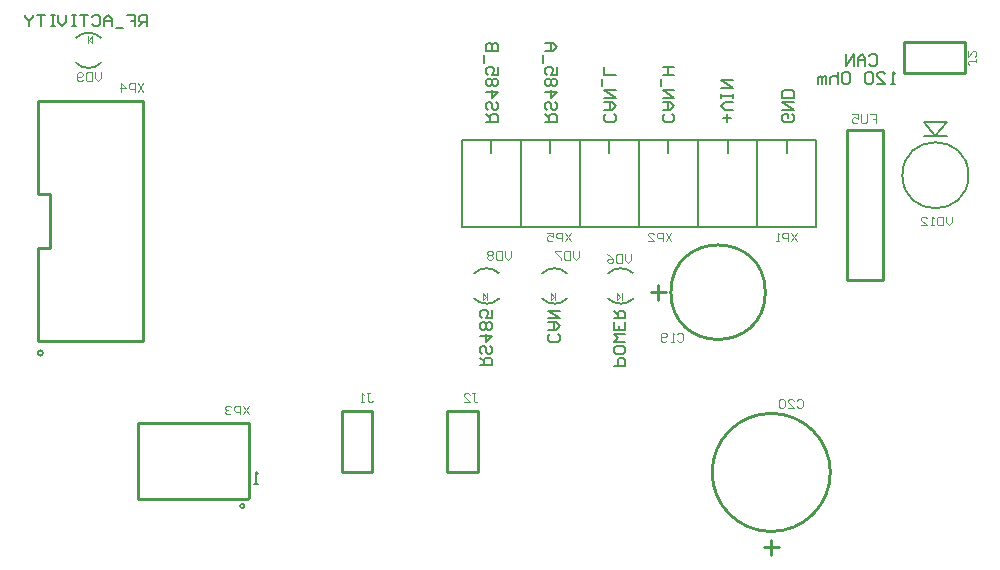
<source format=gbo>
G04 Layer_Color=32896*
%FSLAX24Y24*%
%MOIN*%
G70*
G01*
G75*
%ADD10C,0.0079*%
%ADD56C,0.0100*%
%ADD58C,0.0071*%
%ADD61C,0.0039*%
D10*
X30671Y27057D02*
G03*
X30671Y27057I-71J0D01*
G01*
X23956Y32156D02*
G03*
X23956Y32156I-88J0D01*
G01*
X46772Y38829D02*
Y39262D01*
X48740Y38829D02*
Y39262D01*
X45787Y36348D02*
X46772D01*
X48740D02*
X49724D01*
X47756D02*
Y38081D01*
Y39262D01*
X45787Y36348D02*
Y38081D01*
X46772Y36348D02*
X48740D01*
X49724D02*
Y38081D01*
Y39262D01*
X45787D02*
X49724D01*
X45787Y38081D02*
Y39262D01*
X42835Y38829D02*
Y39262D01*
X44803Y38829D02*
Y39262D01*
X41850Y36348D02*
X42835D01*
X44803D02*
X45787D01*
X43819D02*
Y38081D01*
Y39262D01*
X41850Y36348D02*
Y38081D01*
X42835Y36348D02*
X44803D01*
X45787D02*
Y38081D01*
Y39262D01*
X41850D02*
X45787D01*
X41850Y38081D02*
Y39262D01*
X38898Y38829D02*
Y39262D01*
X40866Y38829D02*
Y39262D01*
X37913Y36348D02*
X38898D01*
X40866D02*
X41850D01*
X39882D02*
Y38081D01*
Y39262D01*
X37913Y36348D02*
Y38081D01*
X38898Y36348D02*
X40866D01*
X41850D02*
Y38081D01*
Y39262D01*
X37913D02*
X41850D01*
X37913Y38081D02*
Y39262D01*
X48911Y40125D02*
X48976Y40059D01*
Y39928D01*
X48911Y39862D01*
X48648D01*
X48583Y39928D01*
Y40059D01*
X48648Y40125D01*
X48779D01*
Y39993D01*
X48583Y40256D02*
X48976D01*
X48583Y40518D01*
X48976D01*
Y40649D02*
X48583D01*
Y40846D01*
X48648Y40912D01*
X48911D01*
X48976Y40846D01*
Y40649D01*
X46742Y39872D02*
Y40134D01*
X46873Y40003D02*
X46611D01*
X46939Y40266D02*
X46676D01*
X46545Y40397D01*
X46676Y40528D01*
X46939D01*
Y40659D02*
Y40790D01*
Y40725D01*
X46545D01*
Y40659D01*
Y40790D01*
Y40987D02*
X46939D01*
X46545Y41250D01*
X46939D01*
X44934Y40125D02*
X45000Y40059D01*
Y39928D01*
X44934Y39862D01*
X44672D01*
X44606Y39928D01*
Y40059D01*
X44672Y40125D01*
X44606Y40256D02*
X44869D01*
X45000Y40387D01*
X44869Y40518D01*
X44606D01*
X44803D01*
Y40256D01*
X44606Y40649D02*
X45000D01*
X44606Y40912D01*
X45000D01*
X44541Y41043D02*
Y41305D01*
X45000Y41437D02*
X44606D01*
X44803D01*
Y41699D01*
X45000D01*
X44606D01*
X42976Y40125D02*
X43041Y40059D01*
Y39928D01*
X42976Y39862D01*
X42713D01*
X42648Y39928D01*
Y40059D01*
X42713Y40125D01*
X42648Y40256D02*
X42910D01*
X43041Y40387D01*
X42910Y40518D01*
X42648D01*
X42844D01*
Y40256D01*
X42648Y40649D02*
X43041D01*
X42648Y40912D01*
X43041D01*
X42582Y41043D02*
Y41305D01*
X43041Y41437D02*
X42648D01*
Y41699D01*
X40699Y39862D02*
X41092D01*
Y40059D01*
X41027Y40125D01*
X40896D01*
X40830Y40059D01*
Y39862D01*
Y39993D02*
X40699Y40125D01*
X41027Y40518D02*
X41092Y40453D01*
Y40321D01*
X41027Y40256D01*
X40961D01*
X40896Y40321D01*
Y40453D01*
X40830Y40518D01*
X40764D01*
X40699Y40453D01*
Y40321D01*
X40764Y40256D01*
X40699Y40846D02*
X41092D01*
X40896Y40649D01*
Y40912D01*
X41027Y41043D02*
X41092Y41109D01*
Y41240D01*
X41027Y41305D01*
X40961D01*
X40896Y41240D01*
X40830Y41305D01*
X40764D01*
X40699Y41240D01*
Y41109D01*
X40764Y41043D01*
X40830D01*
X40896Y41109D01*
X40961Y41043D01*
X41027D01*
X40896Y41109D02*
Y41240D01*
X41092Y41699D02*
Y41437D01*
X40896D01*
X40961Y41568D01*
Y41633D01*
X40896Y41699D01*
X40764D01*
X40699Y41633D01*
Y41502D01*
X40764Y41437D01*
X40633Y41830D02*
Y42092D01*
X40699Y42224D02*
X40961D01*
X41092Y42355D01*
X40961Y42486D01*
X40699D01*
X40896D01*
Y42224D01*
X38720Y39862D02*
X39114D01*
Y40059D01*
X39048Y40125D01*
X38917D01*
X38852Y40059D01*
Y39862D01*
Y39993D02*
X38720Y40125D01*
X39048Y40518D02*
X39114Y40453D01*
Y40321D01*
X39048Y40256D01*
X38983D01*
X38917Y40321D01*
Y40453D01*
X38852Y40518D01*
X38786D01*
X38720Y40453D01*
Y40321D01*
X38786Y40256D01*
X38720Y40846D02*
X39114D01*
X38917Y40649D01*
Y40912D01*
X39048Y41043D02*
X39114Y41109D01*
Y41240D01*
X39048Y41305D01*
X38983D01*
X38917Y41240D01*
X38852Y41305D01*
X38786D01*
X38720Y41240D01*
Y41109D01*
X38786Y41043D01*
X38852D01*
X38917Y41109D01*
X38983Y41043D01*
X39048D01*
X38917Y41109D02*
Y41240D01*
X39114Y41699D02*
Y41437D01*
X38917D01*
X38983Y41568D01*
Y41633D01*
X38917Y41699D01*
X38786D01*
X38720Y41633D01*
Y41502D01*
X38786Y41437D01*
X38655Y41830D02*
Y42092D01*
X39114Y42224D02*
X38720D01*
Y42420D01*
X38786Y42486D01*
X38852D01*
X38917Y42420D01*
Y42224D01*
Y42420D01*
X38983Y42486D01*
X39048D01*
X39114Y42420D01*
Y42224D01*
X42972Y31732D02*
X43366D01*
Y31929D01*
X43300Y31995D01*
X43169D01*
X43104Y31929D01*
Y31732D01*
X43366Y32323D02*
Y32191D01*
X43300Y32126D01*
X43038D01*
X42972Y32191D01*
Y32323D01*
X43038Y32388D01*
X43300D01*
X43366Y32323D01*
Y32519D02*
X42972D01*
X43104Y32651D01*
X42972Y32782D01*
X43366D01*
Y33175D02*
Y32913D01*
X42972D01*
Y33175D01*
X43169Y32913D02*
Y33044D01*
X42972Y33307D02*
X43366D01*
Y33503D01*
X43300Y33569D01*
X43169D01*
X43104Y33503D01*
Y33307D01*
Y33438D02*
X42972Y33569D01*
X41125Y32782D02*
X41191Y32716D01*
Y32585D01*
X41125Y32520D01*
X40863D01*
X40797Y32585D01*
Y32716D01*
X40863Y32782D01*
X40797Y32913D02*
X41060D01*
X41191Y33044D01*
X41060Y33176D01*
X40797D01*
X40994D01*
Y32913D01*
X40797Y33307D02*
X41191D01*
X40797Y33569D01*
X41191D01*
X38514Y31742D02*
X38907D01*
Y31939D01*
X38842Y32005D01*
X38711D01*
X38645Y31939D01*
Y31742D01*
Y31873D02*
X38514Y32005D01*
X38842Y32398D02*
X38907Y32332D01*
Y32201D01*
X38842Y32136D01*
X38776D01*
X38711Y32201D01*
Y32332D01*
X38645Y32398D01*
X38579D01*
X38514Y32332D01*
Y32201D01*
X38579Y32136D01*
X38514Y32726D02*
X38907D01*
X38711Y32529D01*
Y32792D01*
X38842Y32923D02*
X38907Y32988D01*
Y33120D01*
X38842Y33185D01*
X38776D01*
X38711Y33120D01*
X38645Y33185D01*
X38579D01*
X38514Y33120D01*
Y32988D01*
X38579Y32923D01*
X38645D01*
X38711Y32988D01*
X38776Y32923D01*
X38842D01*
X38711Y32988D02*
Y33120D01*
X38907Y33579D02*
Y33316D01*
X38711D01*
X38776Y33448D01*
Y33513D01*
X38711Y33579D01*
X38579D01*
X38514Y33513D01*
Y33382D01*
X38579Y33316D01*
X31132Y27805D02*
X31001D01*
X31066D01*
Y28199D01*
X31132Y28133D01*
X27421Y43041D02*
Y43435D01*
X27224D01*
X27159Y43369D01*
Y43238D01*
X27224Y43173D01*
X27421D01*
X27290D02*
X27159Y43041D01*
X26765Y43435D02*
X27028D01*
Y43238D01*
X26896D01*
X27028D01*
Y43041D01*
X26634Y42976D02*
X26372D01*
X26241Y43041D02*
Y43304D01*
X26109Y43435D01*
X25978Y43304D01*
Y43041D01*
Y43238D01*
X26241D01*
X25585Y43369D02*
X25650Y43435D01*
X25781D01*
X25847Y43369D01*
Y43107D01*
X25781Y43041D01*
X25650D01*
X25585Y43107D01*
X25453Y43435D02*
X25191D01*
X25322D01*
Y43041D01*
X25060Y43435D02*
X24929D01*
X24994D01*
Y43041D01*
X25060D01*
X24929D01*
X24732Y43435D02*
Y43173D01*
X24601Y43041D01*
X24469Y43173D01*
Y43435D01*
X24338D02*
X24207D01*
X24273D01*
Y43041D01*
X24338D01*
X24207D01*
X24010Y43435D02*
X23748D01*
X23879D01*
Y43041D01*
X23617Y43435D02*
Y43369D01*
X23486Y43238D01*
X23354Y43369D01*
Y43435D01*
X23486Y43238D02*
Y43041D01*
X51499Y42060D02*
X51565Y42126D01*
X51696D01*
X51762Y42060D01*
Y41798D01*
X51696Y41732D01*
X51565D01*
X51499Y41798D01*
X51368Y41732D02*
Y41995D01*
X51237Y42126D01*
X51106Y41995D01*
Y41732D01*
Y41929D01*
X51368D01*
X50975Y41732D02*
Y42126D01*
X50712Y41732D01*
Y42126D01*
X52352Y41122D02*
X52221D01*
X52287D01*
Y41516D01*
X52352Y41450D01*
X51762Y41122D02*
X52024D01*
X51762Y41384D01*
Y41450D01*
X51828Y41516D01*
X51959D01*
X52024Y41450D01*
X51631D02*
X51565Y41516D01*
X51434D01*
X51368Y41450D01*
Y41188D01*
X51434Y41122D01*
X51565D01*
X51631Y41188D01*
Y41450D01*
X50647Y41516D02*
X50778D01*
X50844Y41450D01*
Y41188D01*
X50778Y41122D01*
X50647D01*
X50581Y41188D01*
Y41450D01*
X50647Y41516D01*
X50450D02*
Y41122D01*
Y41319D01*
X50384Y41384D01*
X50253D01*
X50188Y41319D01*
Y41122D01*
X50057D02*
Y41384D01*
X49991D01*
X49925Y41319D01*
Y41122D01*
Y41319D01*
X49860Y41384D01*
X49794Y41319D01*
Y41122D01*
D56*
X48032Y34183D02*
G03*
X48032Y34183I-1575J0D01*
G01*
X50197Y28175D02*
G03*
X50197Y28175I-1969J0D01*
G01*
X28669Y29819D02*
X30811Y29821D01*
Y27321D02*
Y29821D01*
X27111Y27321D02*
Y29821D01*
X27134Y27299D02*
X30795D01*
X27134Y29819D02*
X28711Y29821D01*
X27289Y32567D02*
Y40567D01*
X23789Y37467D02*
Y40567D01*
Y32567D02*
Y35667D01*
X24189D02*
Y37467D01*
X23789Y40567D02*
X27289D01*
X23789Y32567D02*
X27289D01*
X23789Y37467D02*
X24189D01*
X23789Y35667D02*
X24189D01*
X51958Y34573D02*
Y39573D01*
X50758Y34573D02*
Y39573D01*
X51958D01*
X50758Y34573D02*
X51958D01*
X34931Y28179D02*
Y30226D01*
X33907Y28179D02*
Y30226D01*
X34931D01*
X33907Y28179D02*
X34931D01*
X37431D02*
Y30226D01*
X38455Y28179D02*
Y30226D01*
X37431Y28179D02*
X38455D01*
X37431Y30226D02*
X38455D01*
X52638Y41496D02*
X54685D01*
X52638Y42520D02*
X54685D01*
Y41496D02*
Y42520D01*
X52638Y41496D02*
Y42520D01*
X44207Y34183D02*
X44707D01*
X44457Y33933D02*
Y34433D01*
X47978Y25675D02*
X48478D01*
X48228Y25425D02*
Y25925D01*
D58*
X54803Y38081D02*
G03*
X54803Y38081I-1102J0D01*
G01*
X43628Y34807D02*
G03*
X42793Y34807I-418J-418D01*
G01*
Y33972D02*
G03*
X43628Y33972I418J418D01*
G01*
X39160Y34807D02*
G03*
X38325Y34807I-418J-418D01*
G01*
Y33972D02*
G03*
X39160Y33972I418J418D01*
G01*
X41423Y34807D02*
G03*
X40588Y34807I-418J-418D01*
G01*
Y33972D02*
G03*
X41423Y33972I418J418D01*
G01*
X25053Y41827D02*
G03*
X25888Y41827I418J418D01*
G01*
Y42662D02*
G03*
X25053Y42662I-418J-418D01*
G01*
X53307Y39380D02*
X54094D01*
X53307Y39852D02*
X53701Y39380D01*
X54094Y39852D01*
X53307D02*
X54094D01*
D61*
X43081Y34154D02*
X43199Y34035D01*
X43081Y33917D02*
X43199Y34035D01*
X43081Y33917D02*
Y34154D01*
X43238Y33917D02*
Y34154D01*
X38612D02*
X38730Y34035D01*
X38612Y33917D02*
X38730Y34035D01*
X38612Y33917D02*
Y34154D01*
X38770Y33917D02*
Y34154D01*
X40876D02*
X40994Y34035D01*
X40876Y33917D02*
X40994Y34035D01*
X40876Y33917D02*
Y34154D01*
X41033Y33917D02*
Y34154D01*
X25482Y42598D02*
X25600Y42480D01*
X25482Y42598D02*
X25600Y42717D01*
Y42480D02*
Y42717D01*
X25443Y42480D02*
Y42717D01*
X45089Y32776D02*
X45138Y32825D01*
X45236D01*
X45285Y32776D01*
Y32579D01*
X45236Y32530D01*
X45138D01*
X45089Y32579D01*
X44990Y32530D02*
X44892D01*
X44941D01*
Y32825D01*
X44990Y32776D01*
X44744Y32579D02*
X44695Y32530D01*
X44597D01*
X44547Y32579D01*
Y32776D01*
X44597Y32825D01*
X44695D01*
X44744Y32776D01*
Y32726D01*
X44695Y32677D01*
X44547D01*
X49075Y30571D02*
X49124Y30620D01*
X49222D01*
X49272Y30571D01*
Y30374D01*
X49222Y30325D01*
X49124D01*
X49075Y30374D01*
X48780Y30325D02*
X48976D01*
X48780Y30522D01*
Y30571D01*
X48829Y30620D01*
X48927D01*
X48976Y30571D01*
X48681D02*
X48632Y30620D01*
X48534D01*
X48485Y30571D01*
Y30374D01*
X48534Y30325D01*
X48632D01*
X48681Y30374D01*
Y30571D01*
X51516Y40118D02*
X51713D01*
Y39970D01*
X51614D01*
X51713D01*
Y39823D01*
X51417Y40118D02*
Y39872D01*
X51368Y39823D01*
X51270D01*
X51221Y39872D01*
Y40118D01*
X50925D02*
X51122D01*
Y39970D01*
X51024Y40020D01*
X50975D01*
X50925Y39970D01*
Y39872D01*
X50975Y39823D01*
X51073D01*
X51122Y39872D01*
X34743Y30806D02*
X34841D01*
X34792D01*
Y30560D01*
X34841Y30511D01*
X34890D01*
X34939Y30560D01*
X34644Y30511D02*
X34546D01*
X34595D01*
Y30806D01*
X34644Y30757D01*
X38270Y30807D02*
X38369D01*
X38320D01*
Y30561D01*
X38369Y30512D01*
X38418D01*
X38467Y30561D01*
X37975Y30512D02*
X38172D01*
X37975Y30709D01*
Y30758D01*
X38024Y30807D01*
X38123D01*
X38172Y30758D01*
X54242Y36703D02*
Y36506D01*
X54144Y36407D01*
X54045Y36506D01*
Y36703D01*
X53947D02*
Y36407D01*
X53799D01*
X53750Y36457D01*
Y36653D01*
X53799Y36703D01*
X53947D01*
X53652Y36407D02*
X53553D01*
X53603D01*
Y36703D01*
X53652Y36653D01*
X53209Y36407D02*
X53406D01*
X53209Y36604D01*
Y36653D01*
X53258Y36703D01*
X53357D01*
X53406Y36653D01*
X49085Y36171D02*
X48888Y35876D01*
Y36171D02*
X49085Y35876D01*
X48789D02*
Y36171D01*
X48642D01*
X48593Y36122D01*
Y36024D01*
X48642Y35974D01*
X48789D01*
X48494Y35876D02*
X48396D01*
X48445D01*
Y36171D01*
X48494Y36122D01*
X44902Y36171D02*
X44705Y35876D01*
Y36171D02*
X44902Y35876D01*
X44606D02*
Y36171D01*
X44459D01*
X44410Y36122D01*
Y36024D01*
X44459Y35974D01*
X44606D01*
X44114Y35876D02*
X44311D01*
X44114Y36073D01*
Y36122D01*
X44164Y36171D01*
X44262D01*
X44311Y36122D01*
X41555Y36171D02*
X41358Y35876D01*
Y36171D02*
X41555Y35876D01*
X41260D02*
Y36171D01*
X41112D01*
X41063Y36122D01*
Y36024D01*
X41112Y35974D01*
X41260D01*
X40768Y36171D02*
X40965D01*
Y36024D01*
X40866Y36073D01*
X40817D01*
X40768Y36024D01*
Y35925D01*
X40817Y35876D01*
X40916D01*
X40965Y35925D01*
X30822Y30401D02*
X30625Y30106D01*
Y30401D02*
X30822Y30106D01*
X30527D02*
Y30401D01*
X30379D01*
X30330Y30352D01*
Y30254D01*
X30379Y30205D01*
X30527D01*
X30232Y30352D02*
X30182Y30401D01*
X30084D01*
X30035Y30352D01*
Y30303D01*
X30084Y30254D01*
X30133D01*
X30084D01*
X30035Y30205D01*
Y30155D01*
X30084Y30106D01*
X30182D01*
X30232Y30155D01*
X27302Y41152D02*
X27106Y40857D01*
Y41152D02*
X27302Y40857D01*
X27007D02*
Y41152D01*
X26860D01*
X26810Y41103D01*
Y41004D01*
X26860Y40955D01*
X27007D01*
X26564Y40857D02*
Y41152D01*
X26712Y41004D01*
X26515D01*
X43543Y35453D02*
Y35256D01*
X43445Y35157D01*
X43347Y35256D01*
Y35453D01*
X43248D02*
Y35157D01*
X43101D01*
X43051Y35207D01*
Y35403D01*
X43101Y35453D01*
X43248D01*
X42756D02*
X42855Y35403D01*
X42953Y35305D01*
Y35207D01*
X42904Y35157D01*
X42805D01*
X42756Y35207D01*
Y35256D01*
X42805Y35305D01*
X42953D01*
X41809Y35555D02*
Y35358D01*
X41711Y35260D01*
X41612Y35358D01*
Y35555D01*
X41514D02*
Y35260D01*
X41366D01*
X41317Y35309D01*
Y35506D01*
X41366Y35555D01*
X41514D01*
X41219D02*
X41022D01*
Y35506D01*
X41219Y35309D01*
Y35260D01*
X39542Y35555D02*
Y35358D01*
X39444Y35260D01*
X39345Y35358D01*
Y35555D01*
X39247D02*
Y35260D01*
X39099D01*
X39050Y35309D01*
Y35506D01*
X39099Y35555D01*
X39247D01*
X38952Y35506D02*
X38903Y35555D01*
X38804D01*
X38755Y35506D01*
Y35457D01*
X38804Y35407D01*
X38755Y35358D01*
Y35309D01*
X38804Y35260D01*
X38903D01*
X38952Y35309D01*
Y35358D01*
X38903Y35407D01*
X38952Y35457D01*
Y35506D01*
X38903Y35407D02*
X38804D01*
X25876Y41506D02*
Y41309D01*
X25778Y41211D01*
X25679Y41309D01*
Y41506D01*
X25581D02*
Y41211D01*
X25433D01*
X25384Y41260D01*
Y41457D01*
X25433Y41506D01*
X25581D01*
X25286Y41260D02*
X25236Y41211D01*
X25138D01*
X25089Y41260D01*
Y41457D01*
X25138Y41506D01*
X25236D01*
X25286Y41457D01*
Y41407D01*
X25236Y41358D01*
X25089D01*
X55059Y41945D02*
Y41854D01*
Y41900D01*
X54829D01*
X54783Y41854D01*
Y41808D01*
X54829Y41762D01*
X54783Y42221D02*
Y42037D01*
X54967Y42221D01*
X55013D01*
X55059Y42175D01*
Y42083D01*
X55013Y42037D01*
M02*

</source>
